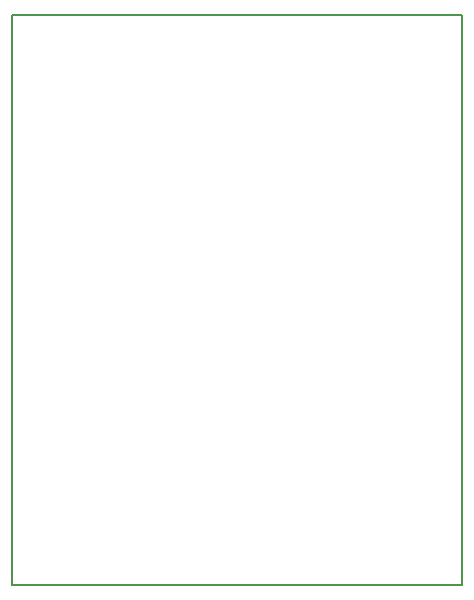
<source format=gbr>
G04 #@! TF.FileFunction,Profile,NP*
%FSLAX46Y46*%
G04 Gerber Fmt 4.6, Leading zero omitted, Abs format (unit mm)*
G04 Created by KiCad (PCBNEW (2015-09-10 BZR 6180)-product) date Tue 24 Nov 2015 01:24:48 PM EST*
%MOMM*%
G01*
G04 APERTURE LIST*
%ADD10C,0.100000*%
%ADD11C,0.150000*%
G04 APERTURE END LIST*
D10*
D11*
X5080000Y2540000D02*
X0Y2540000D01*
X33020000Y2540000D02*
X38100000Y2540000D01*
X33020000Y2540000D02*
X30480000Y2540000D01*
X5080000Y2540000D02*
X30480000Y2540000D01*
X38100000Y50800000D02*
X0Y50800000D01*
X38100000Y2540000D02*
X38100000Y50800000D01*
X0Y50800000D02*
X0Y2540000D01*
M02*

</source>
